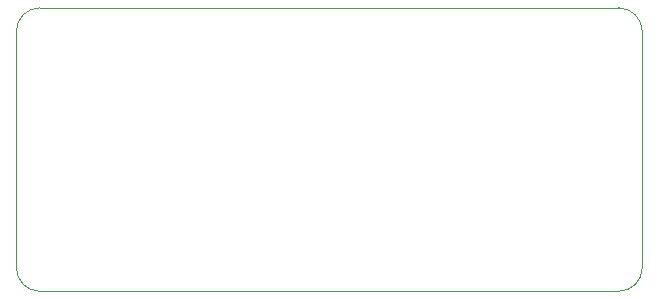
<source format=gm1>
G04 #@! TF.GenerationSoftware,KiCad,Pcbnew,8.0.8*
G04 #@! TF.CreationDate,2025-02-03T14:10:50+01:00*
G04 #@! TF.ProjectId,ASS,4153532e-6b69-4636-9164-5f7063625858,rev?*
G04 #@! TF.SameCoordinates,PX5f5e100PY4c4b400*
G04 #@! TF.FileFunction,Profile,NP*
%FSLAX46Y46*%
G04 Gerber Fmt 4.6, Leading zero omitted, Abs format (unit mm)*
G04 Created by KiCad (PCBNEW 8.0.8) date 2025-02-03 14:10:50*
%MOMM*%
%LPD*%
G01*
G04 APERTURE LIST*
G04 #@! TA.AperFunction,Profile*
%ADD10C,0.100000*%
G04 #@! TD*
G04 APERTURE END LIST*
D10*
X2000000Y0D02*
G75*
G02*
X0Y2000000I0J2000000D01*
G01*
X53000000Y2000000D02*
X53000000Y22000000D01*
X0Y22000000D02*
G75*
G02*
X2000000Y24000000I2000000J0D01*
G01*
X2000000Y0D02*
X51000000Y0D01*
X0Y22000000D02*
X0Y2000000D01*
X53000000Y2000000D02*
G75*
G02*
X51000000Y0I-2000000J0D01*
G01*
X51000000Y24000000D02*
G75*
G02*
X53000000Y22000000I0J-2000000D01*
G01*
X51000000Y24000000D02*
X2000000Y24000000D01*
M02*

</source>
